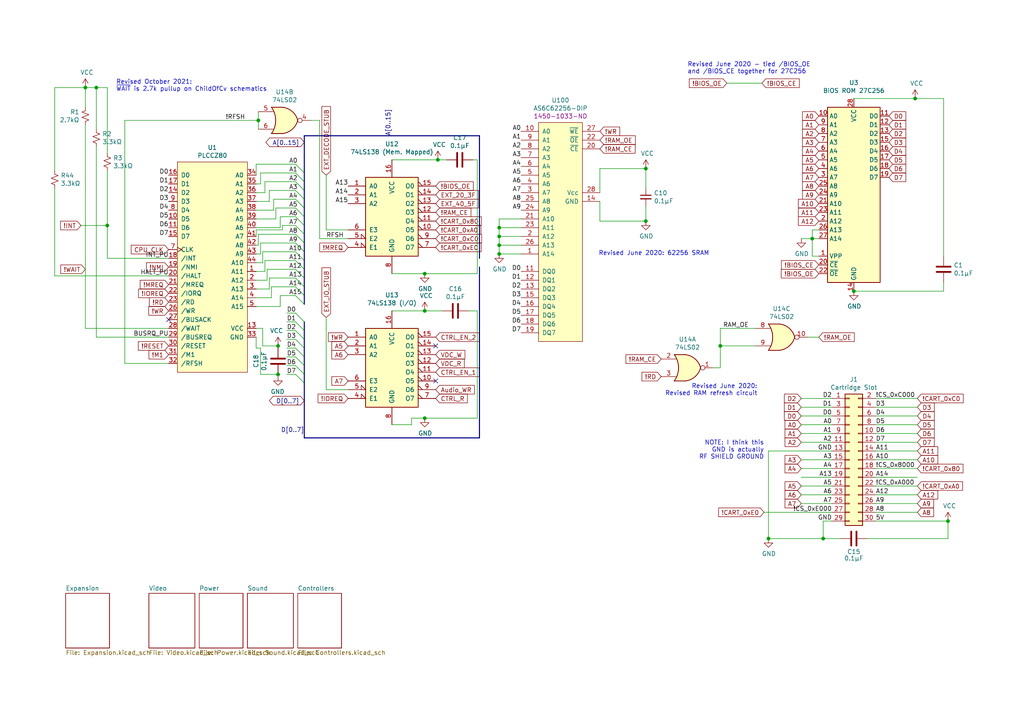
<source format=kicad_sch>
(kicad_sch (version 20211123) (generator eeschema)
  (paper "A4")
  (lib_symbols
    (symbol "74xx:74LS02" (pin_names (offset 1.016))
      (property "Reference" "U" (at 0 1.27 0))
      (property "Value" "74LS02" (at 0 -1.27 0))
      (symbol "74LS02_1_1"
        (pin output inverted (at 7.62 0 180) (length 3.81) (name "~") (number "1"))
        (pin input line (at -7.62 2.54 0) (length 4.318) (name "~") (number "2"))
        (pin input line (at -7.62 -2.54 0) (length 4.318) (name "~") (number "3"))
      )
      (symbol "74LS02_1_2"
        (pin output line (at 7.62 0 180) (length 3.81) (name "~") (number "1"))
        (pin input inverted (at -7.62 2.54 0) (length 3.81) (name "~") (number "2"))
        (pin input inverted (at -7.62 -2.54 0) (length 3.81) (name "~") (number "3"))
      )
      (symbol "74LS02_2_1"
        (pin output inverted (at 7.62 0 180) (length 3.81) (name "~") (number "4"))
        (pin input line (at -7.62 2.54 0) (length 4.318) (name "~") (number "5"))
        (pin input line (at -7.62 -2.54 0) (length 4.318) (name "~") (number "6"))
      )
      (symbol "74LS02_2_2"
        (pin output line (at 7.62 0 180) (length 3.81) (name "~") (number "4"))
        (pin input inverted (at -7.62 2.54 0) (length 3.81) (name "~") (number "5"))
        (pin input inverted (at -7.62 -2.54 0) (length 3.81) (name "~") (number "6"))
      )
      (symbol "74LS02_3_1"
        (pin output inverted (at 7.62 0 180) (length 3.81) (name "~") (number "10"))
        (pin input line (at -7.62 2.54 0) (length 4.318) (name "~") (number "8"))
        (pin input line (at -7.62 -2.54 0) (length 4.318) (name "~") (number "9"))
      )
      (symbol "74LS02_3_2"
        (pin output line (at 7.62 0 180) (length 3.81) (name "~") (number "10"))
        (pin input inverted (at -7.62 2.54 0) (length 3.81) (name "~") (number "8"))
        (pin input inverted (at -7.62 -2.54 0) (length 3.81) (name "~") (number "9"))
      )
      (symbol "74LS02_4_1"
        (pin input line (at -7.62 2.54 0) (length 4.318) (name "~") (number "11"))
        (pin input line (at -7.62 -2.54 0) (length 4.318) (name "~") (number "12"))
        (pin output inverted (at 7.62 0 180) (length 3.81) (name "~") (number "13"))
      )
      (symbol "74LS02_4_2"
        (pin input inverted (at -7.62 2.54 0) (length 3.81) (name "~") (number "11"))
        (pin input inverted (at -7.62 -2.54 0) (length 3.81) (name "~") (number "12"))
        (pin output line (at 7.62 0 180) (length 3.81) (name "~") (number "13"))
      )
      (symbol "74LS02_5_0"
        (pin power_in line (at 0 12.7 270) (length 5.08) (name "VCC") (number "14"))
        (pin power_in line (at 0 -12.7 90) (length 5.08) (name "GND") (number "7"))
      )
    )
    (symbol "74xx:74LS138" (pin_names (offset 1.016))
      (property "Reference" "U" (at -7.62 11.43 0))
      (property "Value" "74LS138" (at -7.62 -13.97 0))
      (symbol "74LS138_1_0"
        (pin input line (at -12.7 7.62 0) (length 5.08) (name "A0") (number "1"))
        (pin output output_low (at 12.7 -5.08 180) (length 5.08) (name "O5") (number "10"))
        (pin output output_low (at 12.7 -2.54 180) (length 5.08) (name "O4") (number "11"))
        (pin output output_low (at 12.7 0 180) (length 5.08) (name "O3") (number "12"))
        (pin output output_low (at 12.7 2.54 180) (length 5.08) (name "O2") (number "13"))
        (pin output output_low (at 12.7 5.08 180) (length 5.08) (name "O1") (number "14"))
        (pin output output_low (at 12.7 7.62 180) (length 5.08) (name "O0") (number "15"))
        (pin power_in line (at 0 15.24 270) (length 5.08) (name "VCC") (number "16"))
        (pin input line (at -12.7 5.08 0) (length 5.08) (name "A1") (number "2"))
        (pin input line (at -12.7 2.54 0) (length 5.08) (name "A2") (number "3"))
        (pin input input_low (at -12.7 -10.16 0) (length 5.08) (name "E1") (number "4"))
        (pin input input_low (at -12.7 -7.62 0) (length 5.08) (name "E2") (number "5"))
        (pin input line (at -12.7 -5.08 0) (length 5.08) (name "E3") (number "6"))
        (pin output output_low (at 12.7 -10.16 180) (length 5.08) (name "O7") (number "7"))
        (pin power_in line (at 0 -17.78 90) (length 5.08) (name "GND") (number "8"))
        (pin output output_low (at 12.7 -7.62 180) (length 5.08) (name "O6") (number "9"))
      )
    )
    (symbol "AS6C62256:AS6C62256-DIP" (pin_names (offset 1.016))
      (property "Reference" "U" (at 0 2.54 0))
      (property "Value" "AS6C62256-DIP" (at 0 0 0))
      (property "DigiKey" "1450-1033-ND" (at 0 0 0))
      (symbol "AS6C62256-DIP_1_1"
        (pin input line (at -11.43 -39.37 0) (length 5.08) (name "A14") (number "1"))
        (pin input line (at -11.43 -3.81 0) (length 5.08) (name "A0") (number "10"))
        (pin bidirectional line (at -11.43 -44.45 0) (length 5.08) (name "DQ0") (number "11"))
        (pin bidirectional line (at -11.43 -46.99 0) (length 5.08) (name "DQ1") (number "12"))
        (pin bidirectional line (at -11.43 -49.53 0) (length 5.08) (name "DQ2") (number "13"))
        (pin power_in line (at 11.43 -24.13 180) (length 5.08) (name "GND") (number "14"))
        (pin bidirectional line (at -11.43 -52.07 0) (length 5.08) (name "DQ3") (number "15"))
        (pin bidirectional line (at -11.43 -54.61 0) (length 5.08) (name "DQ4") (number "16"))
        (pin bidirectional line (at -11.43 -57.15 0) (length 5.08) (name "DQ5") (number "17"))
        (pin bidirectional line (at -11.43 -59.69 0) (length 5.08) (name "DQ6") (number "18"))
        (pin bidirectional line (at -11.43 -62.23 0) (length 5.08) (name "DQ7") (number "19"))
        (pin input line (at -11.43 -34.29 0) (length 5.08) (name "A12") (number "2"))
        (pin input line (at 11.43 -8.89 180) (length 5.08) (name "~{CE}") (number "20"))
        (pin input line (at -11.43 -29.21 0) (length 5.08) (name "A10") (number "21"))
        (pin input line (at 11.43 -6.35 180) (length 5.08) (name "~{OE}") (number "22"))
        (pin input line (at -11.43 -31.75 0) (length 5.08) (name "A11") (number "23"))
        (pin input line (at -11.43 -26.67 0) (length 5.08) (name "A9") (number "24"))
        (pin input line (at -11.43 -24.13 0) (length 5.08) (name "A8") (number "25"))
        (pin input line (at -11.43 -36.83 0) (length 5.08) (name "A13") (number "26"))
        (pin input line (at 11.43 -3.81 180) (length 5.08) (name "~{WE}") (number "27"))
        (pin power_in line (at 11.43 -21.59 180) (length 5.08) (name "Vcc") (number "28"))
        (pin input line (at -11.43 -21.59 0) (length 5.08) (name "A7") (number "3"))
        (pin input line (at -11.43 -19.05 0) (length 5.08) (name "A6") (number "4"))
        (pin input line (at -11.43 -16.51 0) (length 5.08) (name "A5") (number "5"))
        (pin input line (at -11.43 -13.97 0) (length 5.08) (name "A4") (number "6"))
        (pin input line (at -11.43 -11.43 0) (length 5.08) (name "A3") (number "7"))
        (pin input line (at -11.43 -8.89 0) (length 5.08) (name "A2") (number "8"))
        (pin input line (at -11.43 -6.35 0) (length 5.08) (name "A1") (number "9"))
      )
    )
    (symbol "Connector_Generic:Conn_02x15_Odd_Even" (pin_names (offset 1.016) hide)
      (property "Reference" "J" (at 1.27 20.32 0))
      (property "Value" "Conn_02x15_Odd_Even" (at 1.27 -20.32 0))
      (symbol "Conn_02x15_Odd_Even_1_1"
        (pin passive line (at -5.08 17.78 0) (length 3.81) (name "Pin_1") (number "1"))
        (pin passive line (at 7.62 7.62 180) (length 3.81) (name "Pin_10") (number "10"))
        (pin passive line (at -5.08 5.08 0) (length 3.81) (name "Pin_11") (number "11"))
        (pin passive line (at 7.62 5.08 180) (length 3.81) (name "Pin_12") (number "12"))
        (pin passive line (at -5.08 2.54 0) (length 3.81) (name "Pin_13") (number "13"))
        (pin passive line (at 7.62 2.54 180) (length 3.81) (name "Pin_14") (number "14"))
        (pin passive line (at -5.08 0 0) (length 3.81) (name "Pin_15") (number "15"))
        (pin passive line (at 7.62 0 180) (length 3.81) (name "Pin_16") (number "16"))
        (pin passive line (at -5.08 -2.54 0) (length 3.81) (name "Pin_17") (number "17"))
        (pin passive line (at 7.62 -2.54 180) (length 3.81) (name "Pin_18") (number "18"))
        (pin passive line (at -5.08 -5.08 0) (length 3.81) (name "Pin_19") (number "19"))
        (pin passive line (at 7.62 17.78 180) (length 3.81) (name "Pin_2") (number "2"))
        (pin passive line (at 7.62 -5.08 180) (length 3.81) (name "Pin_20") (number "20"))
        (pin passive line (at -5.08 -7.62 0) (length 3.81) (name "Pin_21") (number "21"))
        (pin passive line (at 7.62 -7.62 180) (length 3.81) (name "Pin_22") (number "22"))
        (pin passive line (at -5.08 -10.16 0) (length 3.81) (name "Pin_23") (number "23"))
        (pin passive line (at 7.62 -10.16 180) (length 3.81) (name "Pin_24") (number "24"))
        (pin passive line (at -5.08 -12.7 0) (length 3.81) (name "Pin_25") (number "25"))
        (pin passive line (at 7.62 -12.7 180) (length 3.81) (name "Pin_26") (number "26"))
        (pin passive line (at -5.08 -15.24 0) (length 3.81) (name "Pin_27") (number "27"))
        (pin passive line (at 7.62 -15.24 180) (length 3.81) (name "Pin_28") (number "28"))
        (pin passive line (at -5.08 -17.78 0) (length 3.81) (name "Pin_29") (number "29"))
        (pin passive line (at -5.08 15.24 0) (length 3.81) (name "Pin_3") (number "3"))
        (pin passive line (at 7.62 -17.78 180) (length 3.81) (name "Pin_30") (number "30"))
        (pin passive line (at 7.62 15.24 180) (length 3.81) (name "Pin_4") (number "4"))
        (pin passive line (at -5.08 12.7 0) (length 3.81) (name "Pin_5") (number "5"))
        (pin passive line (at 7.62 12.7 180) (length 3.81) (name "Pin_6") (number "6"))
        (pin passive line (at -5.08 10.16 0) (length 3.81) (name "Pin_7") (number "7"))
        (pin passive line (at 7.62 10.16 180) (length 3.81) (name "Pin_8") (number "8"))
        (pin passive line (at -5.08 7.62 0) (length 3.81) (name "Pin_9") (number "9"))
      )
    )
    (symbol "Device:C" (pin_numbers hide) (pin_names (offset 0.254))
      (property "Reference" "C" (at 0.635 2.54 0))
      (property "Value" "C" (at 0.635 -2.54 0))
      (symbol "C_1_1"
        (pin passive line (at 0 3.81 270) (length 2.794) (name "~") (number "1"))
        (pin passive line (at 0 -3.81 90) (length 2.794) (name "~") (number "2"))
      )
    )
    (symbol "Device:C_Small" (pin_numbers hide) (pin_names (offset 0.254) hide)
      (property "Reference" "C" (at 0.254 1.778 0))
      (property "Value" "C_Small" (at 0.254 -2.032 0))
      (symbol "C_Small_1_1"
        (pin passive line (at 0 2.54 270) (length 2.032) (name "~") (number "1"))
        (pin passive line (at 0 -2.54 90) (length 2.032) (name "~") (number "2"))
      )
    )
    (symbol "Device:R_Small_US" (pin_numbers hide) (pin_names (offset 0.254) hide)
      (property "Reference" "R" (at 0.762 0.508 0))
      (property "Value" "R_Small_US" (at 0.762 -1.016 0))
      (symbol "R_Small_US_1_1"
        (pin passive line (at 0 2.54 270) (length 1.016) (name "~") (number "1"))
        (pin passive line (at 0 -2.54 90) (length 1.016) (name "~") (number "2"))
      )
    )
    (symbol "LeadedSolder:PLCCZ80" (pin_names (offset 1.016))
      (property "Reference" "U" (at 0 0 0))
      (property "Value" "PLCCZ80" (at 0 -64.77 0))
      (symbol "PLCCZ80_1_1"
        (pin output line (at -12.7 -33.02 0) (length 2.54) (name "A11") (number "1"))
        (pin bidirectional line (at 12.7 -17.78 180) (length 2.54) (name "D5") (number "10"))
        (pin bidirectional line (at 12.7 -20.32 180) (length 2.54) (name "D6") (number "11"))
        (pin power_in line (at -12.7 -49.53 0) (length 2.54) (name "VCC") (number "13"))
        (pin bidirectional line (at 12.7 -10.16 180) (length 2.54) (name "D2") (number "14"))
        (pin bidirectional line (at 12.7 -22.86 180) (length 2.54) (name "D7") (number "15"))
        (pin bidirectional line (at 12.7 -5.08 180) (length 2.54) (name "D0") (number "16"))
        (pin bidirectional line (at 12.7 -7.62 180) (length 2.54) (name "D1") (number "17"))
        (pin input line (at 12.7 -29.21 180) (length 2.54) (name "/INT") (number "18"))
        (pin input line (at 12.7 -31.75 180) (length 2.54) (name "/NMI") (number "19"))
        (pin output line (at -12.7 -35.56 0) (length 2.54) (name "A12") (number "2"))
        (pin output line (at 12.7 -34.29 180) (length 2.54) (name "/HALT") (number "20"))
        (pin output line (at 12.7 -36.83 180) (length 2.54) (name "/MREQ") (number "21"))
        (pin output line (at 12.7 -39.37 180) (length 2.54) (name "/IORQ") (number "22"))
        (pin output line (at 12.7 -41.91 180) (length 2.54) (name "/RD") (number "23"))
        (pin output line (at 12.7 -44.45 180) (length 2.54) (name "/WR") (number "26"))
        (pin output line (at 12.7 -46.99 180) (length 2.54) (name "/BUSACK") (number "27"))
        (pin input line (at 12.7 -49.53 180) (length 2.54) (name "/WAIT") (number "28"))
        (pin input line (at 12.7 -52.07 180) (length 2.54) (name "/BUSREQ") (number "29"))
        (pin output line (at -12.7 -38.1 0) (length 2.54) (name "A13") (number "3"))
        (pin input line (at 12.7 -54.61 180) (length 2.54) (name "/RESET") (number "30"))
        (pin output line (at 12.7 -57.15 180) (length 2.54) (name "/M1") (number "31"))
        (pin output line (at 12.7 -59.69 180) (length 2.54) (name "/RFSH") (number "32"))
        (pin power_in line (at -12.7 -52.07 0) (length 2.54) (name "GND") (number "33"))
        (pin output line (at -12.7 -5.08 0) (length 2.54) (name "A0") (number "34"))
        (pin output line (at -12.7 -7.62 0) (length 2.54) (name "A1") (number "35"))
        (pin output line (at -12.7 -10.16 0) (length 2.54) (name "A2") (number "36"))
        (pin output line (at -12.7 -12.7 0) (length 2.54) (name "A3") (number "37"))
        (pin output line (at -12.7 -15.24 0) (length 2.54) (name "A4") (number "38"))
        (pin output line (at -12.7 -17.78 0) (length 2.54) (name "A5") (number "39"))
        (pin output line (at -12.7 -40.64 0) (length 2.54) (name "A14") (number "4"))
        (pin output line (at -12.7 -20.32 0) (length 2.54) (name "A6") (number "40"))
        (pin output line (at -12.7 -22.86 0) (length 2.54) (name "A7") (number "41"))
        (pin output line (at -12.7 -25.4 0) (length 2.54) (name "A8") (number "42"))
        (pin output line (at -12.7 -27.94 0) (length 2.54) (name "A9") (number "43"))
        (pin output line (at -12.7 -30.48 0) (length 2.54) (name "A10") (number "44"))
        (pin output line (at -12.7 -43.18 0) (length 2.54) (name "A15") (number "5"))
        (pin input clock (at 12.7 -26.67 180) (length 2.54) (name "CLK") (number "7"))
        (pin bidirectional line (at 12.7 -15.24 180) (length 2.54) (name "D4") (number "8"))
        (pin bidirectional line (at 12.7 -12.7 180) (length 2.54) (name "D3") (number "9"))
      )
    )
    (symbol "Memory_EPROM:27C256"
      (property "Reference" "U" (at -7.62 26.67 0))
      (property "Value" "27C256" (at 2.54 -26.67 0))
      (symbol "27C256_1_1"
        (pin input line (at -10.16 -17.78 0) (length 2.54) (name "VPP") (number "1"))
        (pin input line (at -10.16 22.86 0) (length 2.54) (name "A0") (number "10"))
        (pin tri_state line (at 10.16 22.86 180) (length 2.54) (name "D0") (number "11"))
        (pin tri_state line (at 10.16 20.32 180) (length 2.54) (name "D1") (number "12"))
        (pin tri_state line (at 10.16 17.78 180) (length 2.54) (name "D2") (number "13"))
        (pin power_in line (at 0 -27.94 90) (length 2.54) (name "GND") (number "14"))
        (pin tri_state line (at 10.16 15.24 180) (length 2.54) (name "D3") (number "15"))
        (pin tri_state line (at 10.16 12.7 180) (length 2.54) (name "D4") (number "16"))
        (pin tri_state line (at 10.16 10.16 180) (length 2.54) (name "D5") (number "17"))
        (pin tri_state line (at 10.16 7.62 180) (length 2.54) (name "D6") (number "18"))
        (pin tri_state line (at 10.16 5.08 180) (length 2.54) (name "D7") (number "19"))
        (pin input line (at -10.16 -7.62 0) (length 2.54) (name "A12") (number "2"))
        (pin input line (at -10.16 -20.32 0) (length 2.54) (name "~{CE}") (number "20"))
        (pin input line (at -10.16 -2.54 0) (length 2.54) (name "A10") (number "21"))
        (pin input line (at -10.16 -22.86 0) (length 2.54) (name "~{OE}") (number "22"))
        (pin input line (at -10.16 -5.08 0) (length 2.54) (name "A11") (number "23"))
        (pin input line (at -10.16 0 0) (length 2.54) (name "A9") (number "24"))
        (pin input line (at -10.16 2.54 0) (length 2.54) (name "A8") (number "25"))
        (pin input line (at -10.16 -10.16 0) (length 2.54) (name "A13") (number "26"))
        (pin input line (at -10.16 -12.7 0) (length 2.54) (name "A14") (number "27"))
        (pin power_in line (at 0 27.94 270) (length 2.54) (name "VCC") (number "28"))
        (pin input line (at -10.16 5.08 0) (length 2.54) (name "A7") (number "3"))
        (pin input line (at -10.16 7.62 0) (length 2.54) (name "A6") (number "4"))
        (pin input line (at -10.16 10.16 0) (length 2.54) (name "A5") (number "5"))
        (pin input line (at -10.16 12.7 0) (length 2.54) (name "A4") (number "6"))
        (pin input line (at -10.16 15.24 0) (length 2.54) (name "A3") (number "7"))
        (pin input line (at -10.16 17.78 0) (length 2.54) (name "A2") (number "8"))
        (pin input line (at -10.16 20.32 0) (length 2.54) (name "A1") (number "9"))
      )
    )
    (symbol "power:GND" (power) (pin_names (offset 0))
      (property "Value" "GND" (at 0 -3.81 0))
      (symbol "GND_1_1"
        (pin power_in line (at 0 0 270) (length 0) hide (name "GND") (number "1"))
      )
    )
    (symbol "power:VCC" (power) (pin_names (offset 0))
      (property "Value" "VCC" (at 0 3.81 0))
      (symbol "VCC_1_1"
        (pin power_in line (at 0 0 90) (length 0) hide (name "VCC") (number "1"))
      )
    )
  )
  (junction (at 80.645 100.33))
  (junction (at 123.19 121.285))
  (junction (at 238.76 156.21))
  (junction (at 24.765 25.4))
  (junction (at 235.585 69.215))
  (junction (at 274.955 151.13))
  (junction (at 31.115 65.405))
  (junction (at 80.645 108.585))
  (junction (at 187.325 48.895))
  (junction (at 127 46.355))
  (junction (at 74.93 34.925))
  (junction (at 222.885 156.21))
  (junction (at 187.325 64.135))
  (junction (at 144.78 71.12))
  (junction (at 208.915 100.33))
  (junction (at 247.65 84.455))
  (junction (at 144.78 66.04))
  (junction (at 123.19 79.375))
  (junction (at 123.19 90.17))
  (junction (at 27.94 25.4))
  (junction (at 144.78 73.66))
  (junction (at 144.78 68.58))
  (junction (at 265.43 28.575))
  (no_connect (at 126.365 100.33))
  (no_connect (at 48.895 92.71))
  (no_connect (at 126.365 110.49))
  (bus_entry (at 85.725 78.105) (size 2.54 2.54))
  (bus_entry (at 85.725 90.805) (size 2.54 2.54))
  (bus_entry (at 85.725 50.165) (size 2.54 2.54))
  (bus_entry (at 85.725 93.345) (size 2.54 2.54))
  (bus_entry (at 85.725 62.865) (size 2.54 2.54))
  (bus_entry (at 85.725 95.885) (size 2.54 2.54))
  (bus_entry (at 85.725 83.185) (size 2.54 2.54))
  (bus_entry (at 85.725 73.025) (size 2.54 2.54))
  (bus_entry (at 85.725 57.785) (size 2.54 2.54))
  (bus_entry (at 85.725 67.945) (size 2.54 2.54))
  (bus_entry (at 85.725 70.485) (size 2.54 2.54))
  (bus_entry (at 85.725 108.585) (size 2.54 2.54))
  (bus_entry (at 85.725 65.405) (size 2.54 2.54))
  (bus_entry (at 85.725 98.425) (size 2.54 2.54))
  (bus_entry (at 85.725 60.325) (size 2.54 2.54))
  (bus_entry (at 85.725 100.965) (size 2.54 2.54))
  (bus_entry (at 85.725 55.245) (size 2.54 2.54))
  (bus_entry (at 85.725 80.645) (size 2.54 2.54))
  (bus_entry (at 85.725 103.505) (size 2.54 2.54))
  (bus_entry (at 85.725 106.045) (size 2.54 2.54))
  (bus_entry (at 85.725 52.705) (size 2.54 2.54))
  (bus_entry (at 85.725 47.625) (size 2.54 2.54))
  (bus_entry (at 85.725 85.725) (size 2.54 2.54))
  (bus_entry (at 85.725 75.565) (size 2.54 2.54))
  (wire (pts (xy 83.185 106.045) (xy 85.725 106.045)))
  (wire (pts (xy 81.915 65.405) (xy 85.725 65.405)))
  (wire (pts (xy 74.295 88.9) (xy 81.28 88.9)))
  (wire (pts (xy 151.13 63.5) (xy 144.78 63.5)))
  (wire (pts (xy 127 46.355) (xy 113.665 46.355)))
  (wire (pts (xy 76.2 100.33) (xy 76.2 95.25)))
  (wire (pts (xy 78.105 80.645) (xy 85.725 80.645)))
  (wire (pts (xy 123.19 90.17) (xy 113.665 90.17)))
  (wire (pts (xy 144.78 63.5) (xy 144.78 66.04)))
  (wire (pts (xy 74.93 71.12) (xy 74.93 67.945)))
  (bus (pts (xy 88.265 100.965) (xy 88.265 103.505)))
  (wire (pts (xy 119.38 123.19) (xy 119.38 121.285)))
  (wire (pts (xy 78.105 83.82) (xy 74.295 83.82)))
  (bus (pts (xy 88.265 55.245) (xy 88.265 57.785)))
  (wire (pts (xy 76.2 73.025) (xy 85.725 73.025)))
  (wire (pts (xy 74.295 100.965) (xy 75.565 100.965)))
  (wire (pts (xy 222.885 130.81) (xy 222.885 156.21)))
  (wire (pts (xy 144.78 66.04) (xy 144.78 68.58)))
  (wire (pts (xy 273.685 28.575) (xy 273.685 74.295)))
  (wire (pts (xy 237.49 66.675) (xy 235.585 66.675)))
  (bus (pts (xy 88.265 78.105) (xy 88.265 80.645)))
  (wire (pts (xy 24.765 36.195) (xy 24.765 95.25)))
  (wire (pts (xy 144.78 71.12) (xy 144.78 73.66)))
  (wire (pts (xy 173.99 64.135) (xy 173.99 58.42)))
  (wire (pts (xy 173.99 48.895) (xy 187.325 48.895)))
  (wire (pts (xy 80.01 60.325) (xy 80.01 63.5)))
  (wire (pts (xy 266.065 115.57) (xy 254 115.57)))
  (wire (pts (xy 78.105 80.645) (xy 78.105 83.82)))
  (wire (pts (xy 237.49 74.295) (xy 235.585 74.295)))
  (wire (pts (xy 77.47 81.28) (xy 77.47 78.105)))
  (wire (pts (xy 173.99 55.88) (xy 173.99 48.895)))
  (wire (pts (xy 241.3 148.59) (xy 221.615 148.59)))
  (wire (pts (xy 127 46.355) (xy 129.54 46.355)))
  (wire (pts (xy 254 148.59) (xy 266.065 148.59)))
  (wire (pts (xy 113.665 123.19) (xy 119.38 123.19)))
  (wire (pts (xy 31.115 74.93) (xy 31.115 65.405)))
  (wire (pts (xy 238.76 151.13) (xy 238.76 156.21)))
  (wire (pts (xy 80.01 63.5) (xy 74.295 63.5)))
  (wire (pts (xy 74.93 32.385) (xy 74.93 34.925)))
  (wire (pts (xy 75.565 108.585) (xy 80.645 108.585)))
  (wire (pts (xy 94.615 66.675) (xy 94.615 50.8)))
  (wire (pts (xy 241.3 118.11) (xy 232.41 118.11)))
  (wire (pts (xy 235.585 74.295) (xy 235.585 69.215)))
  (wire (pts (xy 36.195 34.925) (xy 36.195 105.41)))
  (wire (pts (xy 74.295 60.96) (xy 79.375 60.96)))
  (bus (pts (xy 88.265 103.505) (xy 88.265 106.045)))
  (wire (pts (xy 78.74 83.185) (xy 85.725 83.185)))
  (wire (pts (xy 74.295 100.965) (xy 74.295 97.79)))
  (bus (pts (xy 88.265 75.565) (xy 88.265 78.105)))
  (wire (pts (xy 254 125.73) (xy 266.065 125.73)))
  (wire (pts (xy 208.915 95.25) (xy 219.075 95.25)))
  (wire (pts (xy 81.28 66.04) (xy 81.28 62.865)))
  (wire (pts (xy 76.2 95.25) (xy 74.295 95.25)))
  (wire (pts (xy 48.895 80.01) (xy 15.875 80.01)))
  (wire (pts (xy 27.94 97.79) (xy 27.94 42.545)))
  (bus (pts (xy 139.065 77.47) (xy 139.065 127)))
  (wire (pts (xy 219.075 100.33) (xy 208.915 100.33)))
  (wire (pts (xy 151.13 71.12) (xy 144.78 71.12)))
  (wire (pts (xy 74.295 86.36) (xy 78.74 86.36)))
  (wire (pts (xy 74.93 34.925) (xy 36.195 34.925)))
  (wire (pts (xy 220.98 24.13) (xy 210.82 24.13)))
  (wire (pts (xy 83.185 93.345) (xy 85.725 93.345)))
  (wire (pts (xy 77.47 78.105) (xy 85.725 78.105)))
  (wire (pts (xy 90.17 34.925) (xy 92.71 34.925)))
  (wire (pts (xy 235.585 69.215) (xy 232.41 69.215)))
  (wire (pts (xy 138.43 46.355) (xy 138.43 79.375)))
  (wire (pts (xy 75.565 53.34) (xy 74.295 53.34)))
  (wire (pts (xy 79.375 60.96) (xy 79.375 57.785)))
  (wire (pts (xy 80.645 100.33) (xy 76.2 100.33)))
  (wire (pts (xy 241.3 115.57) (xy 232.41 115.57)))
  (wire (pts (xy 254 143.51) (xy 266.065 143.51)))
  (wire (pts (xy 241.3 151.13) (xy 238.76 151.13)))
  (wire (pts (xy 81.28 85.725) (xy 85.725 85.725)))
  (wire (pts (xy 75.565 50.165) (xy 85.725 50.165)))
  (wire (pts (xy 241.3 143.51) (xy 232.41 143.51)))
  (wire (pts (xy 15.875 80.01) (xy 15.875 54.61)))
  (wire (pts (xy 48.895 95.25) (xy 24.765 95.25)))
  (wire (pts (xy 274.955 151.13) (xy 274.955 156.21)))
  (wire (pts (xy 78.105 55.245) (xy 78.105 58.42)))
  (wire (pts (xy 241.3 133.35) (xy 232.41 133.35)))
  (bus (pts (xy 88.265 95.885) (xy 88.265 98.425)))
  (wire (pts (xy 74.93 34.925) (xy 74.93 37.465)))
  (wire (pts (xy 208.915 106.68) (xy 207.01 106.68)))
  (wire (pts (xy 151.13 68.58) (xy 144.78 68.58)))
  (wire (pts (xy 241.3 128.27) (xy 232.41 128.27)))
  (wire (pts (xy 81.28 88.9) (xy 81.28 85.725)))
  (wire (pts (xy 128.27 90.17) (xy 123.19 90.17)))
  (wire (pts (xy 83.185 100.965) (xy 85.725 100.965)))
  (wire (pts (xy 80.645 100.965) (xy 80.645 100.33)))
  (wire (pts (xy 75.565 70.485) (xy 85.725 70.485)))
  (wire (pts (xy 94.615 113.03) (xy 94.615 92.075)))
  (bus (pts (xy 88.265 98.425) (xy 88.265 100.965)))
  (wire (pts (xy 76.835 75.565) (xy 85.725 75.565)))
  (bus (pts (xy 88.265 93.345) (xy 88.265 95.885)))
  (wire (pts (xy 74.295 71.12) (xy 74.93 71.12)))
  (wire (pts (xy 74.295 66.675) (xy 74.295 68.58)))
  (wire (pts (xy 254 118.11) (xy 266.065 118.11)))
  (wire (pts (xy 83.185 95.885) (xy 85.725 95.885)))
  (wire (pts (xy 173.99 64.135) (xy 187.325 64.135)))
  (wire (pts (xy 254 120.65) (xy 266.065 120.65)))
  (wire (pts (xy 76.835 52.705) (xy 85.725 52.705)))
  (bus (pts (xy 88.265 111.125) (xy 88.265 127)))
  (wire (pts (xy 27.94 37.465) (xy 27.94 25.4)))
  (wire (pts (xy 241.3 146.05) (xy 232.41 146.05)))
  (wire (pts (xy 31.115 65.405) (xy 23.495 65.405)))
  (bus (pts (xy 88.265 65.405) (xy 88.265 67.945)))
  (wire (pts (xy 78.105 55.245) (xy 85.725 55.245)))
  (wire (pts (xy 75.565 100.965) (xy 75.565 108.585)))
  (wire (pts (xy 76.835 55.88) (xy 76.835 52.705)))
  (bus (pts (xy 88.265 127) (xy 139.065 127)))
  (wire (pts (xy 76.835 75.565) (xy 76.835 78.74)))
  (wire (pts (xy 100.965 113.03) (xy 94.615 113.03)))
  (wire (pts (xy 151.13 73.66) (xy 144.78 73.66)))
  (wire (pts (xy 241.3 140.97) (xy 232.41 140.97)))
  (wire (pts (xy 237.49 69.215) (xy 235.585 69.215)))
  (wire (pts (xy 138.43 79.375) (xy 123.19 79.375)))
  (wire (pts (xy 15.875 49.53) (xy 15.875 25.4)))
  (wire (pts (xy 100.965 66.675) (xy 94.615 66.675)))
  (wire (pts (xy 80.01 60.325) (xy 85.725 60.325)))
  (wire (pts (xy 75.565 50.165) (xy 75.565 53.34)))
  (bus (pts (xy 88.265 70.485) (xy 88.265 73.025)))
  (bus (pts (xy 88.265 60.325) (xy 88.265 62.865)))
  (wire (pts (xy 31.115 74.93) (xy 48.895 74.93)))
  (wire (pts (xy 83.185 108.585) (xy 85.725 108.585)))
  (wire (pts (xy 74.295 47.625) (xy 85.725 47.625)))
  (wire (pts (xy 138.43 90.17) (xy 135.89 90.17)))
  (wire (pts (xy 254 123.19) (xy 266.065 123.19)))
  (wire (pts (xy 74.295 81.28) (xy 77.47 81.28)))
  (wire (pts (xy 247.65 84.455) (xy 273.685 84.455)))
  (wire (pts (xy 15.875 25.4) (xy 24.765 25.4)))
  (wire (pts (xy 74.93 67.945) (xy 85.725 67.945)))
  (wire (pts (xy 123.19 79.375) (xy 113.665 79.375)))
  (bus (pts (xy 88.265 52.705) (xy 88.265 55.245)))
  (wire (pts (xy 83.185 98.425) (xy 85.725 98.425)))
  (wire (pts (xy 92.71 34.925) (xy 92.71 69.215)))
  (wire (pts (xy 254 146.05) (xy 266.065 146.05)))
  (wire (pts (xy 83.185 90.805) (xy 85.725 90.805)))
  (bus (pts (xy 88.265 83.185) (xy 88.265 85.725)))
  (wire (pts (xy 31.115 44.45) (xy 31.115 25.4)))
  (wire (pts (xy 74.295 66.04) (xy 81.28 66.04)))
  (wire (pts (xy 80.645 108.585) (xy 80.645 109.22)))
  (wire (pts (xy 138.43 121.285) (xy 138.43 90.17)))
  (bus (pts (xy 88.265 85.725) (xy 88.265 88.265)))
  (wire (pts (xy 266.065 140.97) (xy 254 140.97)))
  (wire (pts (xy 254 151.13) (xy 274.955 151.13)))
  (wire (pts (xy 36.195 105.41) (xy 48.895 105.41)))
  (wire (pts (xy 27.94 25.4) (xy 31.115 25.4)))
  (wire (pts (xy 254 135.89) (xy 266.065 135.89)))
  (wire (pts (xy 48.895 97.79) (xy 27.94 97.79)))
  (wire (pts (xy 254 130.81) (xy 266.065 130.81)))
  (wire (pts (xy 78.74 86.36) (xy 78.74 83.185)))
  (wire (pts (xy 78.105 58.42) (xy 74.295 58.42)))
  (bus (pts (xy 88.265 67.945) (xy 88.265 70.485)))
  (wire (pts (xy 241.3 138.43) (xy 232.41 138.43)))
  (wire (pts (xy 137.16 46.355) (xy 138.43 46.355)))
  (wire (pts (xy 92.71 69.215) (xy 100.965 69.215)))
  (wire (pts (xy 31.115 65.405) (xy 31.115 49.53)))
  (wire (pts (xy 75.565 70.485) (xy 75.565 73.66)))
  (wire (pts (xy 144.78 68.58) (xy 144.78 71.12)))
  (wire (pts (xy 235.585 66.675) (xy 235.585 69.215)))
  (bus (pts (xy 88.265 57.785) (xy 88.265 60.325)))
  (wire (pts (xy 151.13 66.04) (xy 144.78 66.04)))
  (wire (pts (xy 265.43 28.575) (xy 273.685 28.575)))
  (wire (pts (xy 208.915 100.33) (xy 208.915 106.68)))
  (wire (pts (xy 241.3 135.89) (xy 232.41 135.89)))
  (wire (pts (xy 237.49 97.79) (xy 234.315 97.79)))
  (wire (pts (xy 81.915 65.405) (xy 81.915 66.675)))
  (wire (pts (xy 81.28 62.865) (xy 85.725 62.865)))
  (wire (pts (xy 74.295 55.88) (xy 76.835 55.88)))
  (wire (pts (xy 119.38 121.285) (xy 123.19 121.285)))
  (wire (pts (xy 254 138.43) (xy 266.065 138.43)))
  (wire (pts (xy 241.3 130.81) (xy 222.885 130.81)))
  (wire (pts (xy 187.325 59.69) (xy 187.325 64.135)))
  (wire (pts (xy 247.65 28.575) (xy 265.43 28.575)))
  (wire (pts (xy 79.375 57.785) (xy 85.725 57.785)))
  (wire (pts (xy 241.3 120.65) (xy 232.41 120.65)))
  (wire (pts (xy 81.915 66.675) (xy 74.295 66.675)))
  (wire (pts (xy 243.84 156.21) (xy 238.76 156.21)))
  (wire (pts (xy 24.765 25.4) (xy 27.94 25.4)))
  (wire (pts (xy 274.955 156.21) (xy 251.46 156.21)))
  (wire (pts (xy 74.295 47.625) (xy 74.295 50.8)))
  (bus (pts (xy 88.265 106.045) (xy 88.265 108.585)))
  (bus (pts (xy 88.265 39.37) (xy 139.065 39.37)))
  (wire (pts (xy 273.685 81.915) (xy 273.685 84.455)))
  (wire (pts (xy 254 128.27) (xy 266.065 128.27)))
  (wire (pts (xy 76.2 76.2) (xy 76.2 73.025)))
  (wire (pts (xy 83.185 103.505) (xy 85.725 103.505)))
  (wire (pts (xy 75.565 73.66) (xy 74.295 73.66)))
  (wire (pts (xy 232.41 123.19) (xy 241.3 123.19)))
  (wire (pts (xy 208.915 95.25) (xy 208.915 100.33)))
  (wire (pts (xy 254 133.35) (xy 266.065 133.35)))
  (wire (pts (xy 238.76 156.21) (xy 222.885 156.21)))
  (bus (pts (xy 88.265 80.645) (xy 88.265 83.185)))
  (bus (pts (xy 88.265 50.165) (xy 88.265 52.705)))
  (bus (pts (xy 88.265 39.37) (xy 88.265 50.165)))
  (wire (pts (xy 232.41 125.73) (xy 241.3 125.73)))
  (wire (pts (xy 76.835 78.74) (xy 74.295 78.74)))
  (bus (pts (xy 88.265 73.025) (xy 88.265 75.565)))
  (wire (pts (xy 123.19 121.285) (xy 138.43 121.285)))
  (bus (pts (xy 88.265 108.585) (xy 88.265 111.125)))
  (wire (pts (xy 74.295 76.2) (xy 76.2 76.2)))
  (bus (pts (xy 88.265 62.865) (xy 88.265 65.405)))
  (wire (pts (xy 24.765 31.115) (xy 24.765 25.4)))
  (wire (pts (xy 187.325 54.61) (xy 187.325 48.895)))
  (bus (pts (xy 139.065 39.37) (xy 139.065 74.93)))
  (text "Revised June 2020:\nRevised RAM refresh circuit\n" (at 219.71 114.935 180) (effects (font (size 1.27 1.27)) (justify right bottom)))
  (text "Revised June 2020: 62256 SRAM" (at 205.74 74.295 180) (effects (font (size 1.27 1.27)) (justify right bottom)))
  (text "Revised June 2020 - tied /BIOS_OE\nand /BIOS_CE together for 27C256" (at 199.39 21.59 0) (effects (font (size 1.27 1.27)) (justify left bottom)))
  (text "Revised October 2021:\n~{WAIT} is 2.7k pullup on ChildOfCv schematics" (at 33.655 26.67 0) (effects (font (size 1.27 1.27)) (justify left bottom)))
  (text "NOTE: I think this\nGND is actually\nRF SHIELD GROUND" (at 221.615 133.35 0) (effects (font (size 1.27 1.27)) (justify right bottom)))
  (label "A5" (at 83.82 60.325 0))
  (label "A9" (at 83.82 70.485 0))
  (label "D6" (at 151.13 93.98 180))
  (label "A1" (at 83.82 50.165 0))
  (label "D1" (at 151.13 81.28 180))
  (label "D0" (at 48.895 50.8 180))
  (label "A2" (at 83.82 52.705 0))
  (label "GND" (at 241.3 130.81 180))
  (label "D7" (at 48.895 68.58 180))
  (label "D1" (at 241.3 118.11 180))
  (label "D5" (at 254 123.19 0))
  (label "A15" (at 100.965 59.055 180))
  (label "D7" (at 83.185 108.585 0))
  (label "5V" (at 254 151.13 0))
  (label "D4" (at 254 120.65 0))
  (label "A9" (at 151.13 60.96 180))
  (label "D2" (at 83.185 95.885 0))
  (label "D1" (at 83.185 93.345 0))
  (label "A5" (at 241.3 140.97 180))
  (label "D4" (at 48.895 60.96 180))
  (label "A11" (at 83.82 75.565 0))
  (label "A2" (at 241.3 128.27 180))
  (label "!CS_0xA000" (at 254 140.97 0))
  (label "A8" (at 151.13 58.42 180))
  (label "D6" (at 48.895 66.04 180))
  (label "A12" (at 83.82 78.105 0))
  (label "A1" (at 241.3 125.73 180))
  (label "A3" (at 151.13 45.72 180))
  (label "A13" (at 100.965 53.975 180))
  (label "D3" (at 83.185 98.425 0))
  (label "!CS_0xC000" (at 254 115.57 0))
  (label "D4" (at 83.185 100.965 0))
  (label "A0" (at 83.82 47.625 0))
  (label "D3" (at 151.13 86.36 180))
  (label "A11" (at 254 130.81 0))
  (label "A10" (at 254 133.35 0))
  (label "D7" (at 151.13 96.52 180))
  (label "A3" (at 83.82 55.245 0))
  (label "A8" (at 254 148.59 0))
  (label "D4" (at 151.13 88.9 180))
  (label "GND" (at 241.3 151.13 180))
  (label "BUSRQ_PU" (at 48.895 97.79 180))
  (label "A14" (at 100.965 56.515 180))
  (label "A7" (at 151.13 55.88 180))
  (label "A12" (at 254 143.51 0))
  (label "D3" (at 48.895 58.42 180))
  (label "A6" (at 83.82 62.865 0))
  (label "A4" (at 241.3 135.89 180))
  (label "A[0..15]" (at 113.665 39.37 90))
  (label "A13" (at 83.82 80.645 0))
  (label "D6" (at 83.185 106.045 0))
  (label "A5" (at 151.13 50.8 180))
  (label "INT_PU" (at 48.895 74.93 180))
  (label "A14" (at 83.82 83.185 0))
  (label "A15" (at 83.82 85.725 0))
  (label "D2" (at 151.13 83.82 180))
  (label "D5" (at 151.13 91.44 180))
  (label "HALT_PU" (at 48.895 80.01 180))
  (label "RAM_OE" (at 217.17 95.25 180))
  (label "A4" (at 151.13 48.26 180))
  (label "D7" (at 254 128.27 0))
  (label "D5" (at 83.185 103.505 0))
  (label "D2" (at 241.3 115.57 180))
  (label "D1" (at 48.895 53.34 180))
  (label "A14" (at 254 138.43 0))
  (label "D6" (at 254 125.73 0))
  (label "D5" (at 48.895 63.5 180))
  (label "A13" (at 241.3 138.43 180))
  (label "A10" (at 83.82 73.025 0))
  (label "D0" (at 83.185 90.805 0))
  (label "!CS_0xE000" (at 241.3 148.59 180))
  (label "A1" (at 151.13 40.64 180))
  (label "A4" (at 83.82 57.785 0))
  (label "D0" (at 241.3 120.65 180))
  (label "A7" (at 83.82 65.405 0))
  (label "D2" (at 48.895 55.88 180))
  (label "A7" (at 241.3 146.05 180))
  (label "A3" (at 241.3 133.35 180))
  (label "!RFSH" (at 65.405 34.925 0))
  (label "A6" (at 241.3 143.51 180))
  (label "A0" (at 151.13 38.1 180))
  (label "A9" (at 254 146.05 0))
  (label "A0" (at 241.3 123.19 180))
  (label "D3" (at 254 118.11 0))
  (label "A6" (at 151.13 53.34 180))
  (label "A2" (at 151.13 43.18 180))
  (label "D0" (at 151.13 78.74 180))
  (label "A8" (at 83.82 67.945 0))
  (label "!CS_0x8000" (at 254 135.89 0))
  (label "RFSH" (at 94.615 69.215 0))
  (label "D[0..7]" (at 88.265 125.73 180))
  (global_label "!CART_0x80" (shape input) (at 266.065 135.89 0) (property "Intersheet References" "${INTERSHEET_REFS}" (effects hide)))
  (global_label "!WAIT" (shape input) (at 24.765 78.105 180) (property "Intersheet References" "${INTERSHEET_REFS}" (effects hide)))
  (global_label "CTRL_R" (shape input) (at 126.365 115.57 0) (property "Intersheet References" "${INTERSHEET_REFS}" (effects hide)))
  (global_label "D5" (shape input) (at 266.065 123.19 0) (property "Intersheet References" "${INTERSHEET_REFS}" (effects hide)))
  (global_label "D2" (shape input) (at 257.81 38.735 0) (property "Intersheet References" "${INTERSHEET_REFS}" (effects hide)))
  (global_label "D2" (shape input) (at 232.41 115.57 180) (property "Intersheet References" "${INTERSHEET_REFS}" (effects hide)))
  (global_label "A11" (shape input) (at 237.49 61.595 180) (property "Intersheet References" "${INTERSHEET_REFS}" (effects hide)))
  (global_label "A0" (shape input) (at 232.41 123.19 180) (property "Intersheet References" "${INTERSHEET_REFS}" (effects hide)))
  (global_label "!RAM_OE" (shape input) (at 173.99 40.64 0) (property "Intersheet References" "${INTERSHEET_REFS}" (effects hide)))
  (global_label "A8" (shape input) (at 237.49 53.975 180) (property "Intersheet References" "${INTERSHEET_REFS}" (effects hide)))
  (global_label "A7" (shape input) (at 232.41 146.05 180) (property "Intersheet References" "${INTERSHEET_REFS}" (effects hide)))
  (global_label "!BIOS_OE" (shape input) (at 210.82 24.13 180) (property "Intersheet References" "${INTERSHEET_REFS}" (effects hide)))
  (global_label "!WR" (shape input) (at 48.895 90.17 180) (property "Intersheet References" "${INTERSHEET_REFS}" (effects hide)))
  (global_label "!BIOS_CE" (shape input) (at 237.49 76.835 180) (property "Intersheet References" "${INTERSHEET_REFS}" (effects hide)))
  (global_label "A10" (shape input) (at 266.065 133.35 0) (property "Intersheet References" "${INTERSHEET_REFS}" (effects hide)))
  (global_label "EXT_IO_STUB" (shape input) (at 94.615 92.075 90) (property "Intersheet References" "${INTERSHEET_REFS}" (effects hide)))
  (global_label "D7" (shape input) (at 266.065 128.27 0) (property "Intersheet References" "${INTERSHEET_REFS}" (effects hide)))
  (global_label "!INT" (shape input) (at 23.495 65.405 180) (property "Intersheet References" "${INTERSHEET_REFS}" (effects hide)))
  (global_label "EXT_DECODE_STUB" (shape input) (at 94.615 50.8 90) (property "Intersheet References" "${INTERSHEET_REFS}" (effects hide)))
  (global_label "A[0..15]" (shape bidirectional) (at 88.265 41.275 180) (property "Intersheet References" "${INTERSHEET_REFS}" (effects hide)))
  (global_label "CTRL_EN_2" (shape input) (at 126.365 97.79 0) (property "Intersheet References" "${INTERSHEET_REFS}" (effects hide)))
  (global_label "!BIOS_OE" (shape input) (at 237.49 79.375 180) (property "Intersheet References" "${INTERSHEET_REFS}" (effects hide)))
  (global_label "!MREQ" (shape input) (at 100.965 71.755 180) (property "Intersheet References" "${INTERSHEET_REFS}" (effects hide)))
  (global_label "D1" (shape input) (at 257.81 36.195 0) (property "Intersheet References" "${INTERSHEET_REFS}" (effects hide)))
  (global_label "A2" (shape input) (at 237.49 38.735 180) (property "Intersheet References" "${INTERSHEET_REFS}" (effects hide)))
  (global_label "A5" (shape input) (at 237.49 46.355 180) (property "Intersheet References" "${INTERSHEET_REFS}" (effects hide)))
  (global_label "D3" (shape input) (at 266.065 118.11 0) (property "Intersheet References" "${INTERSHEET_REFS}" (effects hide)))
  (global_label "!IOREQ" (shape input) (at 48.895 85.09 180) (property "Intersheet References" "${INTERSHEET_REFS}" (effects hide)))
  (global_label "A6" (shape input) (at 232.41 143.51 180) (property "Intersheet References" "${INTERSHEET_REFS}" (effects hide)))
  (global_label "!RAM_CE" (shape input) (at 191.77 104.14 180) (property "Intersheet References" "${INTERSHEET_REFS}" (effects hide)))
  (global_label "A9" (shape input) (at 266.065 146.05 0) (property "Intersheet References" "${INTERSHEET_REFS}" (effects hide)))
  (global_label "A1" (shape input) (at 232.41 125.73 180) (property "Intersheet References" "${INTERSHEET_REFS}" (effects hide)))
  (global_label "CTRL_EN_1" (shape input) (at 126.365 107.95 0) (property "Intersheet References" "${INTERSHEET_REFS}" (effects hide)))
  (global_label "EXT_40_5F" (shape input) (at 126.365 59.055 0) (property "Intersheet References" "${INTERSHEET_REFS}" (effects hide)))
  (global_label "!RESET" (shape input) (at 48.895 100.33 180) (property "Intersheet References" "${INTERSHEET_REFS}" (effects hide)))
  (global_label "!CART_0xA0" (shape input) (at 266.065 140.97 0) (property "Intersheet References" "${INTERSHEET_REFS}" (effects hide)))
  (global_label "D4" (shape input) (at 257.81 43.815 0) (property "Intersheet References" "${INTERSHEET_REFS}" (effects hide)))
  (global_label "!CART_0x80" (shape input) (at 126.365 64.135 0) (property "Intersheet References" "${INTERSHEET_REFS}" (effects hide)))
  (global_label "!RAM_CE" (shape input) (at 173.99 43.18 0) (property "Intersheet References" "${INTERSHEET_REFS}" (effects hide)))
  (global_label "D6" (shape input) (at 266.065 125.73 0) (property "Intersheet References" "${INTERSHEET_REFS}" (effects hide)))
  (global_label "D[0..7]" (shape bidirectional) (at 88.265 116.205 180) (property "Intersheet References" "${INTERSHEET_REFS}" (effects hide)))
  (global_label "A10" (shape input) (at 237.49 59.055 180) (property "Intersheet References" "${INTERSHEET_REFS}" (effects hide)))
  (global_label "!NMI" (shape input) (at 48.895 77.47 180) (property "Intersheet References" "${INTERSHEET_REFS}" (effects hide)))
  (global_label "!CART_0xC0" (shape input) (at 126.365 69.215 0) (property "Intersheet References" "${INTERSHEET_REFS}" (effects hide)))
  (global_label "A5" (shape input) (at 100.965 100.33 180) (property "Intersheet References" "${INTERSHEET_REFS}" (effects hide)))
  (global_label "A7" (shape input) (at 100.965 110.49 180) (property "Intersheet References" "${INTERSHEET_REFS}" (effects hide)))
  (global_label "A0" (shape input) (at 237.49 33.655 180) (property "Intersheet References" "${INTERSHEET_REFS}" (effects hide)))
  (global_label "Audio_WR" (shape input) (at 126.365 113.03 0) (property "Intersheet References" "${INTERSHEET_REFS}" (effects hide)))
  (global_label "A4" (shape input) (at 232.41 135.89 180) (property "Intersheet References" "${INTERSHEET_REFS}" (effects hide)))
  (global_label "D7" (shape input) (at 257.81 51.435 0) (property "Intersheet References" "${INTERSHEET_REFS}" (effects hide)))
  (global_label "!MREQ" (shape input) (at 48.895 82.55 180) (property "Intersheet References" "${INTERSHEET_REFS}" (effects hide)))
  (global_label "VDC_W" (shape input) (at 126.365 102.87 0) (property "Intersheet References" "${INTERSHEET_REFS}" (effects hide)))
  (global_label "D4" (shape input) (at 266.065 120.65 0) (property "Intersheet References" "${INTERSHEET_REFS}" (effects hide)))
  (global_label "A3" (shape input) (at 232.41 133.35 180) (property "Intersheet References" "${INTERSHEET_REFS}" (effects hide)))
  (global_label "!WR" (shape input) (at 173.99 38.1 0) (property "Intersheet References" "${INTERSHEET_REFS}" (effects hide)))
  (global_label "VDC_R" (shape input) (at 126.365 105.41 0) (property "Intersheet References" "${INTERSHEET_REFS}" (effects hide)))
  (global_label "A9" (shape input) (at 237.49 56.515 180) (property "Intersheet References" "${INTERSHEET_REFS}" (effects hide)))
  (global_label "!CART_0xE0" (shape input) (at 221.615 148.59 180) (property "Intersheet References" "${INTERSHEET_REFS}" (effects hide)))
  (global_label "!RD" (shape input) (at 48.895 87.63 180) (property "Intersheet References" "${INTERSHEET_REFS}" (effects hide)))
  (global_label "!BIOS_CE" (shape input) (at 220.98 24.13 0) (property "Intersheet References" "${INTERSHEET_REFS}" (effects hide)))
  (global_label "A12" (shape input) (at 266.065 143.51 0) (property "Intersheet References" "${INTERSHEET_REFS}" (effects hide)))
  (global_label "A4" (shape input) (at 237.49 43.815 180) (property "Intersheet References" "${INTERSHEET_REFS}" (effects hide)))
  (global_label "A7" (shape input) (at 237.49 51.435 180) (property "Intersheet References" "${INTERSHEET_REFS}" (effects hide)))
  (global_label "!WR" (shape input) (at 100.965 97.79 180) (property "Intersheet References" "${INTERSHEET_REFS}" (effects hide)))
  (global_label "A3" (shape input) (at 237.49 41.275 180) (property "Intersheet References" "${INTERSHEET_REFS}" (effects hide)))
  (global_label "A12" (shape input) (at 237.49 64.135 180) (property "Intersheet References" "${INTERSHEET_REFS}" (effects hide)))
  (global_label "A1" (shape input) (at 237.49 36.195 180) (property "Intersheet References" "${INTERSHEET_REFS}" (effects hide)))
  (global_label "A8" (shape input) (at 266.065 148.59 0) (property "Intersheet References" "${INTERSHEET_REFS}" (effects hide)))
  (global_label "A6" (shape input) (at 237.49 48.895 180) (property "Intersheet References" "${INTERSHEET_REFS}" (effects hide)))
  (global_label "D3" (shape input) (at 257.81 41.275 0) (property "Intersheet References" "${INTERSHEET_REFS}" (effects hide)))
  (global_label "A5" (shape input) (at 232.41 140.97 180) (property "Intersheet References" "${INTERSHEET_REFS}" (effects hide)))
  (global_label "!RD" (shape input) (at 191.77 109.22 180) (property "Intersheet References" "${INTERSHEET_REFS}" (effects hide)))
  (global_label "!IOREQ" (shape input) (at 100.965 115.57 180) (property "Intersheet References" "${INTERSHEET_REFS}" (effects hide)))
  (global_label "D0" (shape input) (at 257.81 33.655 0) (property "Intersheet References" "${INTERSHEET_REFS}" (effects hide)))
  (global_label "A6" (shape input) (at 100.965 102.87 180) (property "Intersheet References" "${INTERSHEET_REFS}" (effects hide)))
  (global_label "!CART_0xC0" (shape input) (at 266.065 115.57 0) (property "Intersheet References" "${INTERSHEET_REFS}" (effects hide)))
  (global_label "A2" (shape input) (at 232.41 128.27 180) (property "Intersheet References" "${INTERSHEET_REFS}" (effects hide)))
  (global_label "D6" (shape input) (at 257.81 48.895 0) (property "Intersheet References" "${INTERSHEET_REFS}" (effects hide)))
  (global_label "!BIOS_OE" (shape input) (at 126.365 53.975 0) (property "Intersheet References" "${INTERSHEET_REFS}" (effects hide)))
  (global_label "!CART_0xE0" (shape input) (at 126.365 71.755 0) (property "Intersheet References" "${INTERSHEET_REFS}" (effects hide)))
  (global_label "!RAM_OE" (shape input) (at 237.49 97.79 0) (property "Intersheet References" "${INTERSHEET_REFS}" (effects hide)))
  (global_label "!RAM_CE" (shape input) (at 126.365 61.595 0) (property "Intersheet References" "${INTERSHEET_REFS}" (effects hide)))
  (global_label "CPU_CLK" (shape input) (at 48.895 72.39 180) (property "Intersheet References" "${INTERSHEET_REFS}" (effects hide)))
  (global_label "D5" (shape input) (at 257.81 46.355 0) (property "Intersheet References" "${INTERSHEET_REFS}" (effects hide)))
  (global_label "EXT_20_3F" (shape input) (at 126.365 56.515 0) (property "Intersheet References" "${INTERSHEET_REFS}" (effects hide)))
  (global_label "D1" (shape input) (at 232.41 118.11 180) (property "Intersheet References" "${INTERSHEET_REFS}" (effects hide)))
  (global_label "A11" (shape input) (at 266.065 130.81 0) (property "Intersheet References" "${INTERSHEET_REFS}" (effects hide)))
  (global_label "D0" (shape input) (at 232.41 120.65 180) (property "Intersheet References" "${INTERSHEET_REFS}" (effects hide)))
  (global_label "!CART_0xA0" (shape input) (at 126.365 66.675 0) (property "Intersheet References" "${INTERSHEET_REFS}" (effects hide)))
  (global_label "!M1" (shape input) (at 48.895 102.87 180) (property "Intersheet References" "${INTERSHEET_REFS}" (effects hide)))
  (symbol (lib_id "Connector_Generic:Conn_02x15_Odd_Even") (at 246.38 133.35 0) (unit 1)
    (property "Reference" "J1" (at 247.65 110.0582 0))
    (property "Value" "Cartridge Slot" (at 247.65 112.3696 0))
    (property "Footprint" "LeakyChips:Sullins_Cart_Slot" (effects hide))
    (property "Datasheet" "https://www.digikey.ca/en/products/detail/te-connectivity-amp-connectors/5530843-2/770541" (effects hide))
    (property "DigiKey" "A31715-ND" (effects hide))
  )
  (symbol (lib_id "power:GND") (at 80.645 109.22 0) (mirror y) (unit 1)
    (property "Reference" "#PWR02" (effects hide))
    (property "Value" "GND" (at 80.518 113.6142 0))
  )
  (symbol (lib_id "Device:R_Small_US") (at 24.765 33.655 0) (mirror y) (unit 1)
    (property "Reference" "R1" (at 23.0378 32.4866 0) (effects (justify left)))
    (property "Value" "2.7kΩ" (at 23.0378 34.798 0) (effects (justify left)))
    (property "Footprint" "Resistors_SMD:R_0805_HandSoldering" (effects hide))
    (property "DigiKey" "RMCF0805JT2K70CT-ND" (effects hide))
  )
  (symbol (lib_id "Device:R_Small_US") (at 27.94 40.005 0) (unit 1)
    (property "Reference" "R2" (at 29.6672 38.8366 0) (effects (justify left)))
    (property "Value" "3.3kΩ" (at 29.6672 41.148 0) (effects (justify left)))
    (property "Footprint" "Resistors_SMD:R_0805_HandSoldering" (effects hide))
    (property "DigiKey" "RMCF0805JT3K30CT-ND" (effects hide))
  )
  (symbol (lib_id "Device:R_Small_US") (at 31.115 46.99 0) (unit 1)
    (property "Reference" "R3" (at 32.8422 45.8216 0) (effects (justify left)))
    (property "Value" "3.3kΩ" (at 32.8422 48.133 0) (effects (justify left)))
    (property "Footprint" "Resistors_SMD:R_0805_HandSoldering" (effects hide))
    (property "DigiKey" "RMCF0805JT3K30CT-ND" (effects hide))
  )
  (symbol (lib_id "Memory_EPROM:27C256") (at 247.65 56.515 0) (unit 1)
    (property "Reference" "U3" (at 247.65 23.9776 0))
    (property "Value" "BIOS ROM 27C256" (at 247.65 26.289 0))
    (property "Footprint" "Housings_DIP:DIP-28_W15.24mm_Socket_LongPads" (effects hide))
    (property "Datasheet" "http://ww1.microchip.com/downloads/en/DeviceDoc/doc0014.pdf" (effects hide))
    (property "DigiKey" "2057-ICS-628-T-ND" (effects hide))
  )
  (symbol (lib_id "Device:C") (at 273.685 78.105 0) (unit 1)
    (property "Reference" "C1" (at 276.606 76.9366 0) (effects (justify left)))
    (property "Value" "0.1µF" (at 276.606 79.248 0) (effects (justify left)))
    (property "Footprint" "Capacitors_SMD:C_0805_HandSoldering" (effects hide))
    (property "DigiKey" "1276-1099-1-ND" (effects hide))
  )
  (symbol (lib_id "power:GND") (at 232.41 69.215 0) (unit 1)
    (property "Reference" "#PWR06" (effects hide))
    (property "Value" "GND" (at 232.537 73.6092 0))
  )
  (symbol (lib_id "74xx:74LS02") (at 199.39 106.68 0) (unit 1)
    (property "Reference" "U14" (at 199.39 98.425 0))
    (property "Value" "74LS02" (at 199.39 100.7364 0))
    (property "Footprint" "Housings_SOIC:SOIC-14_3.9x8.7mm_Pitch1.27mm" (effects hide))
    (property "Datasheet" "https://www.digikey.ca/product-detail/en/nexperia-usa-inc/74HCT02D653/1727-2829-2-ND/763104" (effects hide))
    (property "DigiKey" "296-14874-1-ND" (effects hide))
  )
  (symbol (lib_id "power:VCC") (at 24.765 25.4 0) (unit 1)
    (property "Reference" "#PWR0108" (effects hide))
    (property "Value" "VCC" (at 25.1968 21.0058 0))
  )
  (symbol (lib_id "power:VCC") (at 274.955 151.13 0) (unit 1)
    (property "Reference" "#PWR0102" (effects hide))
    (property "Value" "VCC" (at 275.3868 146.7358 0))
  )
  (symbol (lib_id "power:GND") (at 222.885 156.21 0) (unit 1)
    (property "Reference" "#PWR0103" (effects hide))
    (property "Value" "GND" (at 223.012 160.6042 0))
  )
  (symbol (lib_id "power:VCC") (at 80.645 100.33 0) (mirror y) (unit 1)
    (property "Reference" "#PWR0109" (effects hide))
    (property "Value" "VCC" (at 80.2132 95.9358 0))
  )
  (symbol (lib_id "Device:C") (at 80.645 104.775 0) (mirror x) (unit 1)
    (property "Reference" "C18" (at 74.2442 104.775 90))
    (property "Value" "0.1µF" (at 76.5556 104.775 90))
    (property "Footprint" "Capacitors_SMD:C_0805_HandSoldering" (effects hide))
    (property "DigiKey" "1276-1099-1-ND" (effects hide))
  )
  (symbol (lib_id "Device:R_Small_US") (at 15.875 52.07 0) (unit 1)
    (property "Reference" "R44" (at 17.6022 50.9016 0) (effects (justify left)))
    (property "Value" "3.3kΩ" (at 17.6022 53.213 0) (effects (justify left)))
    (property "Footprint" "Resistors_SMD:R_0805_HandSoldering" (effects hide))
    (property "DigiKey" "RMCF0805JT3K30CT-ND" (effects hide))
  )
  (symbol (lib_id "Device:C") (at 247.65 156.21 270) (unit 1)
    (property "Reference" "C15" (at 247.65 160.02 90))
    (property "Value" "0.1µF" (at 247.65 161.925 90))
    (property "Footprint" "Capacitors_SMD:C_0805_HandSoldering" (effects hide))
    (property "DigiKey" "1276-1099-1-ND" (effects hide))
  )
  (symbol (lib_id "power:VCC") (at 265.43 28.575 0) (unit 1)
    (property "Reference" "#PWR0110" (effects hide))
    (property "Value" "VCC" (at 265.8618 24.1808 0))
  )
  (symbol (lib_id "power:GND") (at 247.65 84.455 0) (unit 1)
    (property "Reference" "#PWR0111" (effects hide))
    (property "Value" "GND" (at 247.777 88.8492 0))
  )
  (symbol (lib_id "74xx:74LS138") (at 113.665 61.595 0) (unit 1)
    (property "Reference" "U12" (at 113.665 41.7576 0))
    (property "Value" "74LS138 (Mem. Mapped)" (at 113.665 44.069 0))
    (property "Footprint" "Housings_SOIC:SOIC-16_3.9x9.9mm_Pitch1.27mm" (effects hide))
    (property "Datasheet" "https://www.digikey.ca/product-detail/en/texas-instruments/SN74LS138DR/296-14883-2-ND/562882" (effects hide))
    (property "DigiKey" "296-14883-2-ND" (effects hide))
  )
  (symbol (lib_id "74xx:74LS138") (at 113.665 105.41 0) (unit 1)
    (property "Reference" "U13" (at 113.665 85.5726 0))
    (property "Value" "74LS138 (I/O)" (at 113.665 87.884 0))
    (property "Footprint" "Housings_SOIC:SOIC-16_3.9x9.9mm_Pitch1.27mm" (effects hide))
    (property "Datasheet" "https://www.digikey.ca/product-detail/en/texas-instruments/SN74LS138DR/296-14883-2-ND/562882" (effects hide))
    (property "DigiKey" "296-14883-2-ND" (effects hide))
  )
  (symbol (lib_id "power:VCC") (at 123.19 90.17 0) (unit 1)
    (property "Reference" "#PWR0104" (effects hide))
    (property "Value" "VCC" (at 123.6218 85.7758 0))
  )
  (symbol (lib_id "power:GND") (at 123.19 121.285 0) (unit 1)
    (property "Reference" "#PWR0105" (effects hide))
    (property "Value" "GND" (at 123.317 125.6792 0))
  )
  (symbol (lib_id "Device:C") (at 132.08 90.17 270) (unit 1)
    (property "Reference" "C16" (at 132.08 83.7692 90))
    (property "Value" "0.1µF" (at 132.08 86.0806 90))
    (property "Footprint" "Capacitors_SMD:C_0805_HandSoldering" (effects hide))
    (property "DigiKey" "1276-1099-1-ND" (effects hide))
  )
  (symbol (lib_id "power:GND") (at 123.19 79.375 0) (unit 1)
    (property "Reference" "#PWR0106" (effects hide))
    (property "Value" "GND" (at 123.317 83.7692 0))
  )
  (symbol (lib_id "power:VCC") (at 127 46.355 0) (unit 1)
    (property "Reference" "#PWR0107" (effects hide))
    (property "Value" "VCC" (at 127.4318 41.9608 0))
  )
  (symbol (lib_id "74xx:74LS02") (at 82.55 34.925 0) (unit 2)
    (property "Reference" "U14" (at 82.55 26.67 0))
    (property "Value" "74LS02" (at 82.55 28.9814 0))
    (property "Footprint" "Housings_SOIC:SOIC-14_3.9x8.7mm_Pitch1.27mm" (effects hide))
    (property "Datasheet" "https://www.digikey.ca/product-detail/en/nexperia-usa-inc/74HCT02D653/1727-2829-2-ND/763104" (effects hide))
    (property "DigiKey" "296-14874-1-ND" (effects hide))
  )
  (symbol (lib_id "Device:C") (at 133.35 46.355 90) (unit 1)
    (property "Reference" "C17" (at 133.35 39.9542 90))
    (property "Value" "0.1µF" (at 133.35 42.2656 90))
    (property "Footprint" "Capacitors_SMD:C_0805_HandSoldering" (effects hide))
    (property "DigiKey" "1276-1099-1-ND" (effects hide))
  )
  (symbol (lib_id "LeadedSolder:PLCCZ80") (at 61.595 45.72 0) (mirror y) (unit 1)
    (property "Reference" "U1" (at 61.595 42.799 0))
    (property "Value" "PLCCZ80" (at 61.595 45.1104 0))
    (property "Footprint" "Sockets:PLCC44" (effects hide))
    (property "DigiKey" "2057-PLCC-44-AT-ND; 269-3899-ND" (effects hide))
  )
  (symbol (lib_id "74xx:74LS02") (at 226.695 97.79 0) (unit 3)
    (property "Reference" "U14" (at 226.695 89.535 0))
    (property "Value" "74LS02" (at 226.695 91.8464 0))
    (property "Datasheet" "http://www.ti.com/lit/gpn/sn74ls02" (effects hide))
    (property "DigiKey" "296-14874-1-ND" (effects hide))
  )
  (symbol (lib_id "AS6C62256:AS6C62256-DIP") (at 162.56 34.29 0) (unit 1)
    (property "Reference" "U100" (at 162.56 29.083 0))
    (property "Value" "AS6C62256-DIP" (at 162.56 31.3944 0))
    (property "Footprint" "Housings_DIP:DIP-28_W15.24mm_Socket_LongPads" (effects hide))
    (property "Datasheet" "https://www.alliancememory.com/wp-content/uploads/pdf/AS6C62256.pdf" (effects hide))
    (property "DigiKey" "1450-1033-ND" (at 162.56 33.7058 0))
  )
  (symbol (lib_id "power:GND") (at 187.325 64.135 0) (unit 1)
    (property "Reference" "#PWR0101" (effects hide))
    (property "Value" "GND" (at 187.452 68.5292 0))
  )
  (symbol (lib_id "Device:C_Small") (at 187.325 57.15 0) (unit 1)
    (property "Reference" "C10" (at 189.6618 55.9816 0) (effects (justify left)))
    (property "Value" "0.1µF" (at 189.6618 58.293 0) (effects (justify left)))
    (property "Footprint" "Capacitors_SMD:C_0805_HandSoldering" (effects hide))
    (property "DigiKey" "1276-1099-1-ND" (effects hide))
  )
  (symbol (lib_id "power:VCC") (at 187.325 48.895 0) (unit 1)
    (property "Reference" "#PWR0128" (effects hide))
    (property "Value" "VCC" (at 187.7568 44.5008 0))
  )
  (symbol (lib_id "power:GND") (at 144.78 73.66 0) (unit 1)
    (property "Reference" "#PWR0162" (effects hide))
    (property "Value" "GND" (at 144.907 78.0542 0))
  )
  (sheet (at 43.18 172.085) (size 13.335 15.875)
    (property "Sheet name" "Video" (at 43.18 171.3734 0) (effects (justify left bottom)))
    (property "Sheet file" "Video.kicad_sch" (at 43.18 188.5446 0) (effects (justify left top)))
  )
  (sheet (at 57.785 172.085) (size 12.7 15.875)
    (property "Sheet name" "Power" (at 57.785 171.3734 0) (effects (justify left bottom)))
    (property "Sheet file" "Power.kicad_sch" (at 57.785 188.5446 0) (effects (justify left top)))
  )
  (sheet (at 71.755 172.085) (size 13.335 15.875)
    (property "Sheet name" "Sound" (at 71.755 171.3734 0) (effects (justify left bottom)))
    (property "Sheet file" "Sound.kicad_sch" (at 71.755 188.5446 0) (effects (justify left top)))
  )
  (sheet (at 86.36 172.085) (size 12.7 15.875)
    (property "Sheet name" "Controllers" (at 86.36 171.3734 0) (effects (justify left bottom)))
    (property "Sheet file" "Controllers.kicad_sch" (at 86.36 188.5446 0) (effects (justify left top)))
  )
  (sheet (at 19.05 172.085) (size 12.7 15.875)
    (property "Sheet name" "Expansion" (at 19.05 171.3734 0) (effects (justify left bottom)))
    (property "Sheet file" "Expansion.kicad_sch" (at 19.05 188.5446 0) (effects (justify left top)))
  )
)
</source>
